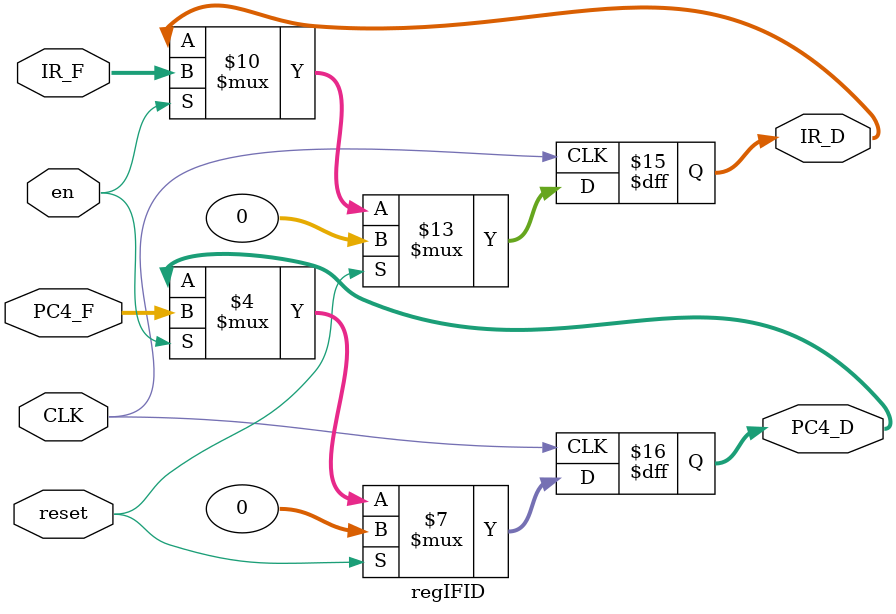
<source format=v>
`timescale 1ns / 1ps
module regIFID(
	input CLK,
	input reset,
	input en,
    input [31:0] IR_F,
    input [31:0] PC4_F,
    output reg [31:0] IR_D,
    output reg [31:0] PC4_D
    );
	 
	 // �Ĵ�����ʼ��
	 initial begin
		IR_D = 0;
		PC4_D = 0;
	 end
	 
	 // �����ظ��¼Ĵ���ֵ
	always @(posedge CLK)begin
		if(reset)begin
			IR_D <= 0;
			PC4_D <= 0;
		end else if(en)begin
			IR_D <= IR_F;
			PC4_D <= PC4_F;
		end else begin
			IR_D <= IR_D;  // ������
			PC4_D <= PC4_D;
		end
	end

endmodule

</source>
